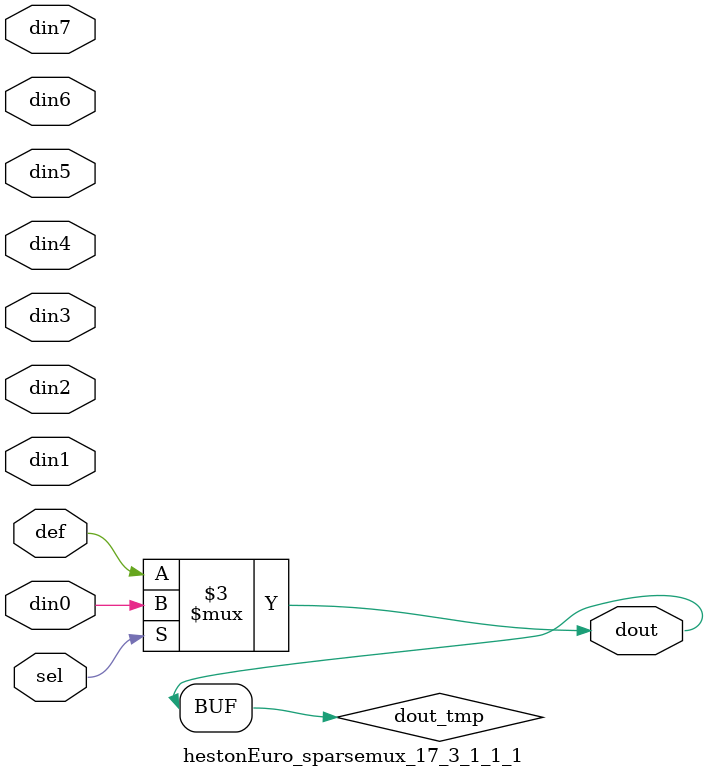
<source format=v>
`timescale 1ns / 1ps

module hestonEuro_sparsemux_17_3_1_1_1 (din0,din1,din2,din3,din4,din5,din6,din7,def,sel,dout);

parameter din0_WIDTH = 1;

parameter din1_WIDTH = 1;

parameter din2_WIDTH = 1;

parameter din3_WIDTH = 1;

parameter din4_WIDTH = 1;

parameter din5_WIDTH = 1;

parameter din6_WIDTH = 1;

parameter din7_WIDTH = 1;

parameter def_WIDTH = 1;
parameter sel_WIDTH = 1;
parameter dout_WIDTH = 1;

parameter [sel_WIDTH-1:0] CASE0 = 1;

parameter [sel_WIDTH-1:0] CASE1 = 1;

parameter [sel_WIDTH-1:0] CASE2 = 1;

parameter [sel_WIDTH-1:0] CASE3 = 1;

parameter [sel_WIDTH-1:0] CASE4 = 1;

parameter [sel_WIDTH-1:0] CASE5 = 1;

parameter [sel_WIDTH-1:0] CASE6 = 1;

parameter [sel_WIDTH-1:0] CASE7 = 1;

parameter ID = 1;
parameter NUM_STAGE = 1;



input [din0_WIDTH-1:0] din0;

input [din1_WIDTH-1:0] din1;

input [din2_WIDTH-1:0] din2;

input [din3_WIDTH-1:0] din3;

input [din4_WIDTH-1:0] din4;

input [din5_WIDTH-1:0] din5;

input [din6_WIDTH-1:0] din6;

input [din7_WIDTH-1:0] din7;

input [def_WIDTH-1:0] def;
input [sel_WIDTH-1:0] sel;

output [dout_WIDTH-1:0] dout;



reg [dout_WIDTH-1:0] dout_tmp;

always @ (*) begin
case (sel)
    
    CASE0 : dout_tmp = din0;
    
    CASE1 : dout_tmp = din1;
    
    CASE2 : dout_tmp = din2;
    
    CASE3 : dout_tmp = din3;
    
    CASE4 : dout_tmp = din4;
    
    CASE5 : dout_tmp = din5;
    
    CASE6 : dout_tmp = din6;
    
    CASE7 : dout_tmp = din7;
    
    default : dout_tmp = def;
endcase
end


assign dout = dout_tmp;



endmodule

</source>
